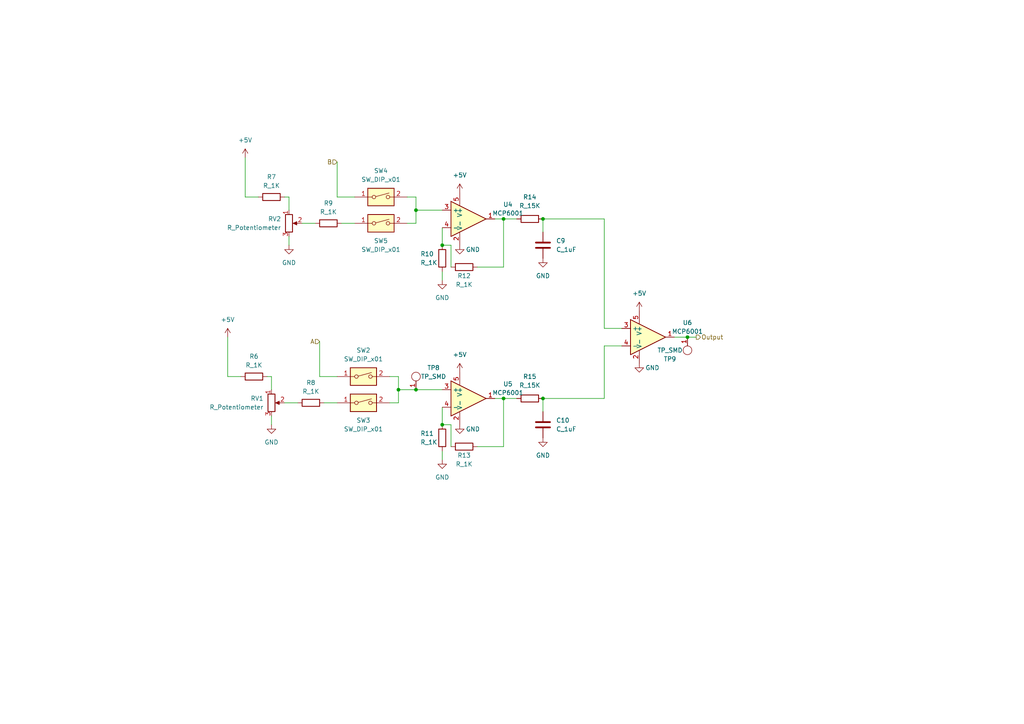
<source format=kicad_sch>
(kicad_sch (version 20230121) (generator eeschema)
  (paper "A4")
  (lib_symbols
    (symbol "Device:R_Potentiometer" (pin_names (offset 1.016) hide)
      (property "Reference" "RV" (at -4.445 0 90))
      (property "Value" "R_Potentiometer" (at -2.54 0 90))
      (symbol "R_Potentiometer_0_1"
        (polyline (pts (xy 2.54 0) (xy 1.524 0)))
        (polyline (pts (xy 1.143 0) (xy 2.286 0.508) (xy 2.286 -0.508) (xy 1.143 0)) (fill (type outline)))
        (rectangle (start 1.016 2.54) (end -1.016 -2.54) (stroke (width 0.254)))
      )
      (symbol "R_Potentiometer_1_1"
        (pin passive line (at 0 3.81 270) (length 1.27) (name "1") (number "1"))
        (pin passive line (at 3.81 0 180) (length 1.27) (name "2") (number "2"))
        (pin passive line (at 0 -3.81 90) (length 1.27) (name "3") (number "3"))
      )
    )
    (symbol "Switch:SW_DIP_x01" (pin_names (offset 0) hide)
      (property "Reference" "SW" (at 0 3.81 0))
      (property "Value" "SW_DIP_x01" (at 0 -3.81 0))
      (symbol "SW_DIP_x01_0_0"
        (circle (center -2.032 0) (radius 0.508))
        (polyline (pts (xy -1.524 0.127) (xy 2.3622 1.1684)))
        (circle (center 2.032 0) (radius 0.508))
      )
      (symbol "SW_DIP_x01_0_1"
        (rectangle (start -3.81 2.54) (end 3.81 -2.54) (stroke (width 0.254)) (fill (type background)))
      )
      (symbol "SW_DIP_x01_1_1"
        (pin passive line (at -7.62 0 0) (length 5.08) (name "~") (number "1"))
        (pin passive line (at 7.62 0 180) (length 5.08) (name "~") (number "2"))
      )
    )
    (symbol "formula:C_1uF" (pin_numbers hide) (pin_names (offset 0.254))
      (property "Reference" "C" (at 0.635 3.81 0))
      (property "Value" "C_1uF" (at 0.635 -1.27 0))
      (symbol "C_1uF_0_1"
        (polyline (pts (xy -2.032 0.508) (xy 2.032 0.508)) (stroke (width 0.508)))
        (polyline (pts (xy -2.032 2.032) (xy 2.032 2.032)) (stroke (width 0.508)))
      )
      (symbol "C_1uF_1_1"
        (pin passive line (at 0 5.08 270) (length 2.794) (name "~") (number "1"))
        (pin passive line (at 0 -2.54 90) (length 2.794) (name "~") (number "2"))
      )
    )
    (symbol "formula:MCP6001"
      (property "Reference" "U" (at 0 5.08 0))
      (property "Value" "MCP6001" (at 0 -5.08 0))
      (symbol "MCP6001_0_1"
        (polyline (pts (xy -5.08 5.08) (xy 5.08 0) (xy -5.08 -5.08) (xy -5.08 5.08)) (stroke (width 0.254)) (fill (type background)))
        (pin power_in line (at -2.54 -7.62 90) (length 3.81) (name "V-") (number "2"))
        (pin power_in line (at -2.54 7.62 270) (length 3.81) (name "V+") (number "5"))
      )
      (symbol "MCP6001_1_1"
        (pin output line (at 7.62 0 180) (length 2.54) (name "~") (number "1"))
        (pin input line (at -7.62 2.54 0) (length 2.54) (name "+") (number "3"))
        (pin input line (at -7.62 -2.54 0) (length 2.54) (name "-") (number "4"))
      )
    )
    (symbol "formula:R_1K" (pin_numbers hide) (pin_names (offset 0))
      (property "Reference" "R" (at 2.032 0 90))
      (property "Value" "R_1K" (at -2.54 0 90))
      (symbol "R_1K_0_1"
        (rectangle (start -1.016 -2.54) (end 1.016 2.54) (stroke (width 0.254)))
      )
      (symbol "R_1K_1_1"
        (pin passive line (at 0 3.81 270) (length 1.27) (name "~") (number "1"))
        (pin passive line (at 0 -3.81 90) (length 1.27) (name "~") (number "2"))
      )
    )
    (symbol "formula:TP_SMD" (pin_names (offset 1.016))
      (property "Reference" "TP" (at 0 7.62 0))
      (property "Value" "TP_SMD" (at 1.27 5.08 0))
      (symbol "TP_SMD_1_1"
        (circle (center 0 2.54) (radius 1.27))
        (pin input line (at 0 -1.27 90) (length 2.54) (name "~") (number "1"))
      )
    )
    (symbol "power:+5V" (power) (pin_names (offset 0))
      (property "Value" "+5V" (at 0 3.556 0))
      (symbol "+5V_0_1"
        (polyline (pts (xy -0.762 1.27) (xy 0 2.54)))
        (polyline (pts (xy 0 0) (xy 0 2.54)))
        (polyline (pts (xy 0 2.54) (xy 0.762 1.27)))
      )
      (symbol "+5V_1_1"
        (pin power_in line (at 0 0 90) (length 0) hide (name "+5V") (number "1"))
      )
    )
    (symbol "power:GND" (power) (pin_names (offset 0))
      (property "Value" "GND" (at 0 -3.81 0))
      (symbol "GND_0_1"
        (polyline (pts (xy 0 0) (xy 0 -1.27) (xy 1.27 -1.27) (xy 0 -2.54) (xy -1.27 -1.27) (xy 0 -1.27)))
      )
      (symbol "GND_1_1"
        (pin power_in line (at 0 0 270) (length 0) hide (name "GND") (number "1"))
      )
    )
  )
  (junction (at 120.65 113.03))
  (junction (at 146.05 63.5))
  (junction (at 146.05 115.57))
  (junction (at 128.27 71.12))
  (junction (at 199.39 97.79))
  (junction (at 128.27 123.19))
  (junction (at 120.65 60.96))
  (junction (at 115.57 113.03))
  (junction (at 157.48 63.5))
  (junction (at 157.48 115.57))
  (wire (pts (xy 87.63 64.77) (xy 91.44 64.77)))
  (wire (pts (xy 146.05 63.5) (xy 146.05 77.47)))
  (wire (pts (xy 175.26 115.57) (xy 157.48 115.57)))
  (wire (pts (xy 118.11 57.15) (xy 120.65 57.15)))
  (wire (pts (xy 78.74 109.22) (xy 77.47 109.22)))
  (wire (pts (xy 71.12 45.72) (xy 71.12 57.15)))
  (wire (pts (xy 97.79 46.99) (xy 97.79 57.15)))
  (wire (pts (xy 128.27 123.19) (xy 130.81 123.19)))
  (wire (pts (xy 93.98 116.84) (xy 97.79 116.84)))
  (wire (pts (xy 146.05 63.5) (xy 149.86 63.5)))
  (wire (pts (xy 128.27 78.74) (xy 128.27 81.28)))
  (wire (pts (xy 157.48 115.57) (xy 157.48 119.38)))
  (wire (pts (xy 157.48 63.5) (xy 157.48 67.31)))
  (wire (pts (xy 128.27 130.81) (xy 128.27 133.35)))
  (wire (pts (xy 113.03 109.22) (xy 115.57 109.22)))
  (wire (pts (xy 97.79 109.22) (xy 92.71 109.22)))
  (wire (pts (xy 82.55 116.84) (xy 86.36 116.84)))
  (wire (pts (xy 128.27 66.04) (xy 128.27 71.12)))
  (wire (pts (xy 120.65 113.03) (xy 128.27 113.03)))
  (wire (pts (xy 128.27 118.11) (xy 128.27 123.19)))
  (wire (pts (xy 115.57 116.84) (xy 115.57 113.03)))
  (wire (pts (xy 118.11 64.77) (xy 120.65 64.77)))
  (wire (pts (xy 83.82 68.58) (xy 83.82 71.12)))
  (wire (pts (xy 128.27 71.12) (xy 130.81 71.12)))
  (wire (pts (xy 138.43 129.54) (xy 146.05 129.54)))
  (wire (pts (xy 74.93 57.15) (xy 71.12 57.15)))
  (wire (pts (xy 175.26 95.25) (xy 180.34 95.25)))
  (wire (pts (xy 83.82 57.15) (xy 82.55 57.15)))
  (wire (pts (xy 180.34 100.33) (xy 175.26 100.33)))
  (wire (pts (xy 130.81 123.19) (xy 130.81 129.54)))
  (wire (pts (xy 115.57 113.03) (xy 120.65 113.03)))
  (wire (pts (xy 130.81 71.12) (xy 130.81 77.47)))
  (wire (pts (xy 66.04 97.79) (xy 66.04 109.22)))
  (wire (pts (xy 175.26 100.33) (xy 175.26 115.57)))
  (wire (pts (xy 146.05 115.57) (xy 149.86 115.57)))
  (wire (pts (xy 157.48 63.5) (xy 175.26 63.5)))
  (wire (pts (xy 115.57 109.22) (xy 115.57 113.03)))
  (wire (pts (xy 113.03 116.84) (xy 115.57 116.84)))
  (wire (pts (xy 195.58 97.79) (xy 199.39 97.79)))
  (wire (pts (xy 69.85 109.22) (xy 66.04 109.22)))
  (wire (pts (xy 199.39 97.79) (xy 201.93 97.79)))
  (wire (pts (xy 175.26 63.5) (xy 175.26 95.25)))
  (wire (pts (xy 143.51 63.5) (xy 146.05 63.5)))
  (wire (pts (xy 78.74 120.65) (xy 78.74 123.19)))
  (wire (pts (xy 78.74 109.22) (xy 78.74 113.03)))
  (wire (pts (xy 120.65 60.96) (xy 120.65 64.77)))
  (wire (pts (xy 120.65 57.15) (xy 120.65 60.96)))
  (wire (pts (xy 102.87 57.15) (xy 97.79 57.15)))
  (wire (pts (xy 143.51 115.57) (xy 146.05 115.57)))
  (wire (pts (xy 83.82 57.15) (xy 83.82 60.96)))
  (wire (pts (xy 92.71 99.06) (xy 92.71 109.22)))
  (wire (pts (xy 146.05 115.57) (xy 146.05 129.54)))
  (wire (pts (xy 138.43 77.47) (xy 146.05 77.47)))
  (wire (pts (xy 120.65 60.96) (xy 128.27 60.96)))
  (wire (pts (xy 99.06 64.77) (xy 102.87 64.77)))
  (hierarchical_label "B" (shape input) (at 97.79 46.99 180))
  (hierarchical_label "A" (shape input) (at 92.71 99.06 180))
  (hierarchical_label "Output" (shape output) (at 201.93 97.79 0))
  (symbol (lib_id "formula:R_1K") (at 73.66 109.22 90) (unit 1)
    (property "Reference" "R6" (at 73.66 103.378 90))
    (property "Value" "R_1K" (at 73.66 105.918 90))
    (property "Footprint" "footprints:R_0805_OEM" (effects hide))
    (property "Datasheet" "https://www.seielect.com/Catalog/SEI-rncp.pdf" (effects hide))
    (property "MFN" "DK" (effects hide))
    (property "MPN" "RNCP0805FTD1K00CT-ND" (effects hide))
    (property "PurchasingLink" "https://www.digikey.com/products/en?keywords=RNCP0805FTD1K00CT-ND" (effects hide))
  )
  (symbol (lib_id "power:+5V") (at 133.35 55.88 0) (unit 1)
    (property "Reference" "#PWR?" (effects hide))
    (property "Value" "+5V" (at 133.35 50.8 0))
  )
  (symbol (lib_id "formula:C_1uF") (at 157.48 124.46 0) (unit 1)
    (property "Reference" "C10" (at 161.29 121.92 0) (effects (justify left)))
    (property "Value" "C_1uF" (at 161.29 124.46 0) (effects (justify left)))
    (property "Footprint" "footprints:C_0805_OEM" (effects hide))
    (property "Datasheet" "https://media.digikey.com/pdf/Data%20Sheets/Samsung%20PDFs/CL21B105KBFNNNG_Spec.pdf" (effects hide))
    (property "PurchasingLink" "https://www.digikey.com/en/products/detail/samsung-electro-mechanics/CL21B105KBFNNNG/3894467" (effects hide))
    (property "MFN" "DK" (effects hide))
    (property "MPN" "1276-6470-1-ND" (effects hide))
  )
  (symbol (lib_id "formula:R_1K") (at 128.27 127 180) (unit 1)
    (property "Reference" "R11" (at 121.92 125.73 0) (effects (justify right)))
    (property "Value" "R_1K" (at 121.92 128.27 0) (effects (justify right)))
    (property "Footprint" "footprints:R_0805_OEM" (effects hide))
    (property "Datasheet" "https://www.seielect.com/Catalog/SEI-rncp.pdf" (effects hide))
    (property "MFN" "DK" (effects hide))
    (property "MPN" "RNCP0805FTD1K00CT-ND" (effects hide))
    (property "PurchasingLink" "https://www.digikey.com/products/en?keywords=RNCP0805FTD1K00CT-ND" (effects hide))
  )
  (symbol (lib_id "formula:R_1K") (at 128.27 74.93 180) (unit 1)
    (property "Reference" "R10" (at 121.92 73.66 0) (effects (justify right)))
    (property "Value" "R_1K" (at 121.92 76.2 0) (effects (justify right)))
    (property "Footprint" "footprints:R_0805_OEM" (effects hide))
    (property "Datasheet" "https://www.seielect.com/Catalog/SEI-rncp.pdf" (effects hide))
    (property "MFN" "DK" (effects hide))
    (property "MPN" "RNCP0805FTD1K00CT-ND" (effects hide))
    (property "PurchasingLink" "https://www.digikey.com/products/en?keywords=RNCP0805FTD1K00CT-ND" (effects hide))
  )
  (symbol (lib_id "Switch:SW_DIP_x01") (at 105.41 109.22 0) (unit 1)
    (property "Reference" "SW2" (at 105.41 101.6 0))
    (property "Value" "SW_DIP_x01" (at 105.41 104.14 0))
  )
  (symbol (lib_id "formula:TP_SMD") (at 199.39 99.06 180) (unit 1)
    (property "Reference" "TP9" (at 194.31 104.14 0))
    (property "Value" "TP_SMD" (at 194.31 101.6 0))
    (property "Footprint" "footprints:Test_Point_SMD" (effects hide))
    (property "MPN" "5019" (effects hide))
    (property "MFN" "Keystone" (effects hide))
    (property "DKPN" "36-5019TR-ND" (effects hide))
    (property "NewDesigns" "YES" (effects hide))
    (property "Stocked" "Reel" (effects hide))
    (property "Package" "Custom" (effects hide))
    (property "Style" "SMD" (effects hide))
  )
  (symbol (lib_id "formula:R_1K") (at 153.67 115.57 90) (unit 1)
    (property "Reference" "R15" (at 153.67 109.22 90))
    (property "Value" "R_15K" (at 153.67 111.76 90))
    (property "Footprint" "footprints:R_0805_OEM" (effects hide))
    (property "Datasheet" "https://www.seielect.com/Catalog/SEI-rncp.pdf" (effects hide))
    (property "MFN" "DK" (effects hide))
    (property "MPN" "RNCP0805FTD1K00CT-ND" (effects hide))
    (property "PurchasingLink" "https://www.digikey.com/products/en?keywords=RNCP0805FTD1K00CT-ND" (effects hide))
  )
  (symbol (lib_id "formula:MCP6001") (at 187.96 97.79 0) (unit 1)
    (property "Reference" "U6" (at 199.39 93.5991 0))
    (property "Value" "MCP6001" (at 199.39 96.1391 0))
    (property "Footprint" "footprints:SOT-23-5_OEM" (effects hide))
    (property "Datasheet" "http://ww1.microchip.com/downloads/en/DeviceDoc/21733j.pdf" (effects hide))
    (property "MFN" "DK" (effects hide))
    (property "MPN" "MCP6001T-I/OTCT-ND" (effects hide))
    (property "PurchasingLink" "https://www.digikey.com/product-detail/en/microchip-technology/MCP6001T-I-OT/MCP6001T-I-OTCT-ND/697158" (effects hide))
  )
  (symbol (lib_id "formula:TP_SMD") (at 120.65 111.76 0) (unit 1)
    (property "Reference" "TP8" (at 125.73 106.68 0))
    (property "Value" "TP_SMD" (at 125.73 109.22 0))
    (property "Footprint" "footprints:Test_Point_SMD" (effects hide))
    (property "MPN" "5019" (effects hide))
    (property "MFN" "Keystone" (effects hide))
    (property "DKPN" "36-5019TR-ND" (effects hide))
    (property "NewDesigns" "YES" (effects hide))
    (property "Stocked" "Reel" (effects hide))
    (property "Package" "Custom" (effects hide))
    (property "Style" "SMD" (effects hide))
  )
  (symbol (lib_id "formula:R_1K") (at 134.62 77.47 90) (unit 1)
    (property "Reference" "R12" (at 134.62 80.01 90))
    (property "Value" "R_1K" (at 134.62 82.55 90))
    (property "Footprint" "footprints:R_0805_OEM" (effects hide))
    (property "Datasheet" "https://www.seielect.com/Catalog/SEI-rncp.pdf" (effects hide))
    (property "MFN" "DK" (effects hide))
    (property "MPN" "RNCP0805FTD1K00CT-ND" (effects hide))
    (property "PurchasingLink" "https://www.digikey.com/products/en?keywords=RNCP0805FTD1K00CT-ND" (effects hide))
  )
  (symbol (lib_id "power:+5V") (at 71.12 45.72 0) (unit 1)
    (property "Reference" "#PWR?" (effects hide))
    (property "Value" "+5V" (at 71.12 40.64 0))
  )
  (symbol (lib_id "power:+5V") (at 185.42 90.17 0) (unit 1)
    (property "Reference" "#PWR?" (effects hide))
    (property "Value" "+5V" (at 185.42 85.09 0))
  )
  (symbol (lib_id "power:GND") (at 185.42 105.41 0) (unit 1)
    (property "Reference" "#PWR?" (effects hide))
    (property "Value" "GND" (at 189.23 106.68 0))
  )
  (symbol (lib_id "formula:R_1K") (at 78.74 57.15 90) (unit 1)
    (property "Reference" "R7" (at 78.74 51.308 90))
    (property "Value" "R_1K" (at 78.74 53.848 90))
    (property "Footprint" "footprints:R_0805_OEM" (effects hide))
    (property "Datasheet" "https://www.seielect.com/Catalog/SEI-rncp.pdf" (effects hide))
    (property "MFN" "DK" (effects hide))
    (property "MPN" "RNCP0805FTD1K00CT-ND" (effects hide))
    (property "PurchasingLink" "https://www.digikey.com/products/en?keywords=RNCP0805FTD1K00CT-ND" (effects hide))
  )
  (symbol (lib_id "power:GND") (at 157.48 74.93 0) (unit 1)
    (property "Reference" "#PWR?" (effects hide))
    (property "Value" "GND" (at 157.48 80.01 0))
  )
  (symbol (lib_id "formula:R_1K") (at 134.62 129.54 90) (unit 1)
    (property "Reference" "R13" (at 134.62 132.08 90))
    (property "Value" "R_1K" (at 134.62 134.62 90))
    (property "Footprint" "footprints:R_0805_OEM" (effects hide))
    (property "Datasheet" "https://www.seielect.com/Catalog/SEI-rncp.pdf" (effects hide))
    (property "MFN" "DK" (effects hide))
    (property "MPN" "RNCP0805FTD1K00CT-ND" (effects hide))
    (property "PurchasingLink" "https://www.digikey.com/products/en?keywords=RNCP0805FTD1K00CT-ND" (effects hide))
  )
  (symbol (lib_id "power:GND") (at 78.74 123.19 0) (unit 1)
    (property "Reference" "#PWR?" (effects hide))
    (property "Value" "GND" (at 78.74 128.27 0))
  )
  (symbol (lib_id "formula:MCP6001") (at 135.89 63.5 0) (unit 1)
    (property "Reference" "U4" (at 147.32 59.3091 0))
    (property "Value" "MCP6001" (at 147.32 61.8491 0))
    (property "Footprint" "footprints:SOT-23-5_OEM" (effects hide))
    (property "Datasheet" "http://ww1.microchip.com/downloads/en/DeviceDoc/21733j.pdf" (effects hide))
    (property "MFN" "DK" (effects hide))
    (property "MPN" "MCP6001T-I/OTCT-ND" (effects hide))
    (property "PurchasingLink" "https://www.digikey.com/product-detail/en/microchip-technology/MCP6001T-I-OT/MCP6001T-I-OTCT-ND/697158" (effects hide))
  )
  (symbol (lib_id "power:+5V") (at 133.35 107.95 0) (unit 1)
    (property "Reference" "#PWR?" (effects hide))
    (property "Value" "+5V" (at 133.35 102.87 0))
  )
  (symbol (lib_id "power:GND") (at 128.27 81.28 0) (unit 1)
    (property "Reference" "#PWR?" (effects hide))
    (property "Value" "GND" (at 128.27 86.36 0))
  )
  (symbol (lib_id "formula:R_1K") (at 90.17 116.84 90) (unit 1)
    (property "Reference" "R8" (at 90.17 110.998 90))
    (property "Value" "R_1K" (at 90.17 113.538 90))
    (property "Footprint" "footprints:R_0805_OEM" (effects hide))
    (property "Datasheet" "https://www.seielect.com/Catalog/SEI-rncp.pdf" (effects hide))
    (property "MFN" "DK" (effects hide))
    (property "MPN" "RNCP0805FTD1K00CT-ND" (effects hide))
    (property "PurchasingLink" "https://www.digikey.com/products/en?keywords=RNCP0805FTD1K00CT-ND" (effects hide))
  )
  (symbol (lib_id "power:GND") (at 128.27 133.35 0) (unit 1)
    (property "Reference" "#PWR?" (effects hide))
    (property "Value" "GND" (at 128.27 138.43 0))
  )
  (symbol (lib_id "power:GND") (at 133.35 123.19 0) (unit 1)
    (property "Reference" "#PWR?" (effects hide))
    (property "Value" "GND" (at 137.16 124.46 0))
  )
  (symbol (lib_id "Switch:SW_DIP_x01") (at 110.49 64.77 0) (unit 1)
    (property "Reference" "SW5" (at 110.49 69.85 0))
    (property "Value" "SW_DIP_x01" (at 110.49 72.39 0))
  )
  (symbol (lib_id "Device:R_Potentiometer") (at 78.74 116.84 0) (unit 1)
    (property "Reference" "RV1" (at 76.454 115.57 0) (effects (justify right)))
    (property "Value" "R_Potentiometer" (at 76.454 118.11 0) (effects (justify right)))
  )
  (symbol (lib_id "formula:R_1K") (at 153.67 63.5 90) (unit 1)
    (property "Reference" "R14" (at 153.67 57.15 90))
    (property "Value" "R_15K" (at 153.67 59.69 90))
    (property "Footprint" "footprints:R_0805_OEM" (effects hide))
    (property "Datasheet" "https://www.seielect.com/Catalog/SEI-rncp.pdf" (effects hide))
    (property "MFN" "DK" (effects hide))
    (property "MPN" "RNCP0805FTD1K00CT-ND" (effects hide))
    (property "PurchasingLink" "https://www.digikey.com/products/en?keywords=RNCP0805FTD1K00CT-ND" (effects hide))
  )
  (symbol (lib_id "Switch:SW_DIP_x01") (at 110.49 57.15 0) (unit 1)
    (property "Reference" "SW4" (at 110.49 49.53 0))
    (property "Value" "SW_DIP_x01" (at 110.49 52.07 0))
  )
  (symbol (lib_id "power:GND") (at 133.35 71.12 0) (unit 1)
    (property "Reference" "#PWR?" (effects hide))
    (property "Value" "GND" (at 137.16 72.39 0))
  )
  (symbol (lib_id "power:GND") (at 157.48 127 0) (unit 1)
    (property "Reference" "#PWR?" (effects hide))
    (property "Value" "GND" (at 157.48 132.08 0))
  )
  (symbol (lib_id "formula:MCP6001") (at 135.89 115.57 0) (unit 1)
    (property "Reference" "U5" (at 147.32 111.3791 0))
    (property "Value" "MCP6001" (at 147.32 113.9191 0))
    (property "Footprint" "footprints:SOT-23-5_OEM" (effects hide))
    (property "Datasheet" "http://ww1.microchip.com/downloads/en/DeviceDoc/21733j.pdf" (effects hide))
    (property "MFN" "DK" (effects hide))
    (property "MPN" "MCP6001T-I/OTCT-ND" (effects hide))
    (property "PurchasingLink" "https://www.digikey.com/product-detail/en/microchip-technology/MCP6001T-I-OT/MCP6001T-I-OTCT-ND/697158" (effects hide))
  )
  (symbol (lib_id "formula:R_1K") (at 95.25 64.77 90) (unit 1)
    (property "Reference" "R9" (at 95.25 58.928 90))
    (property "Value" "R_1K" (at 95.25 61.468 90))
    (property "Footprint" "footprints:R_0805_OEM" (effects hide))
    (property "Datasheet" "https://www.seielect.com/Catalog/SEI-rncp.pdf" (effects hide))
    (property "MFN" "DK" (effects hide))
    (property "MPN" "RNCP0805FTD1K00CT-ND" (effects hide))
    (property "PurchasingLink" "https://www.digikey.com/products/en?keywords=RNCP0805FTD1K00CT-ND" (effects hide))
  )
  (symbol (lib_id "power:+5V") (at 66.04 97.79 0) (unit 1)
    (property "Reference" "#PWR?" (effects hide))
    (property "Value" "+5V" (at 66.04 92.71 0))
  )
  (symbol (lib_id "Device:R_Potentiometer") (at 83.82 64.77 0) (unit 1)
    (property "Reference" "RV2" (at 81.534 63.5 0) (effects (justify right)))
    (property "Value" "R_Potentiometer" (at 81.534 66.04 0) (effects (justify right)))
  )
  (symbol (lib_id "power:GND") (at 83.82 71.12 0) (unit 1)
    (property "Reference" "#PWR?" (effects hide))
    (property "Value" "GND" (at 83.82 76.2 0))
  )
  (symbol (lib_id "Switch:SW_DIP_x01") (at 105.41 116.84 0) (unit 1)
    (property "Reference" "SW3" (at 105.41 121.92 0))
    (property "Value" "SW_DIP_x01" (at 105.41 124.46 0))
  )
  (symbol (lib_id "formula:C_1uF") (at 157.48 72.39 0) (unit 1)
    (property "Reference" "C9" (at 161.29 69.85 0) (effects (justify left)))
    (property "Value" "C_1uF" (at 161.29 72.39 0) (effects (justify left)))
    (property "Footprint" "footprints:C_0805_OEM" (effects hide))
    (property "Datasheet" "https://media.digikey.com/pdf/Data%20Sheets/Samsung%20PDFs/CL21B105KBFNNNG_Spec.pdf" (effects hide))
    (property "PurchasingLink" "https://www.digikey.com/en/products/detail/samsung-electro-mechanics/CL21B105KBFNNNG/3894467" (effects hide))
    (property "MFN" "DK" (effects hide))
    (property "MPN" "1276-6470-1-ND" (effects hide))
  )
)
</source>
